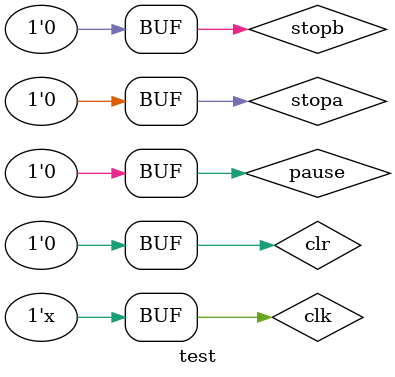
<source format=v>
`timescale 1ns / 1ps


module test;

	// Inputs
	reg clk;
	reg clr;
	reg stopa;
	reg stopb;
	reg pause;

	// Outputs
	wire [3:0] an;
	wire [7:0] seg;
	wire [2:0] light1;
	wire [2:0] light2;

	// Instantiate the Unit Under Test (UUT)
	top uut (
		.clk(clk), 
		.clr(clr), 
		.stopa(stopa), 
		.stopb(stopb), 
		.pause(pause), 
		.an(an), 
		.seg(seg), 
		.light1(light1), 
		.light2(light2)
	);

	initial begin
		// Initialize Inputs
		clk = 0;
		clr = 1;
		stopa = 0;
		stopb = 0;
		pause = 0;

		// Wait 100 ns for global reset to finish
		#100;
		clr = 0;
		stopa = 0;
		stopb = 0;
		pause = 0;

		// Wait 100 ns for global reset to finish
		#100;
		// Add stimulus here

	end
      always #20 begin clk=~clk; end
endmodule


</source>
